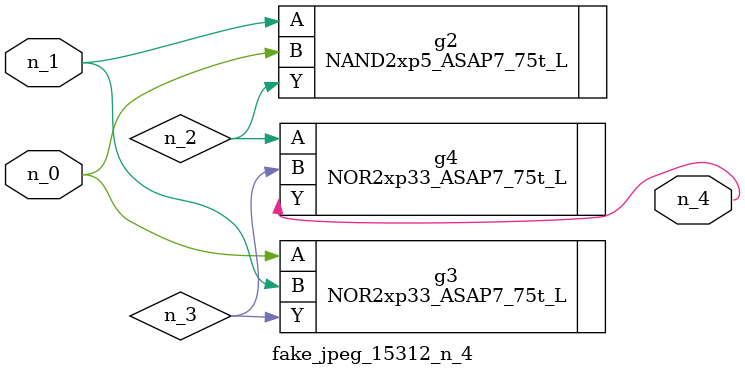
<source format=v>
module fake_jpeg_15312_n_4 (n_0, n_1, n_4);

input n_0;
input n_1;

output n_4;

wire n_2;
wire n_3;

NAND2xp5_ASAP7_75t_L g2 ( 
.A(n_1),
.B(n_0),
.Y(n_2)
);

NOR2xp33_ASAP7_75t_L g3 ( 
.A(n_0),
.B(n_1),
.Y(n_3)
);

NOR2xp33_ASAP7_75t_L g4 ( 
.A(n_2),
.B(n_3),
.Y(n_4)
);


endmodule
</source>
